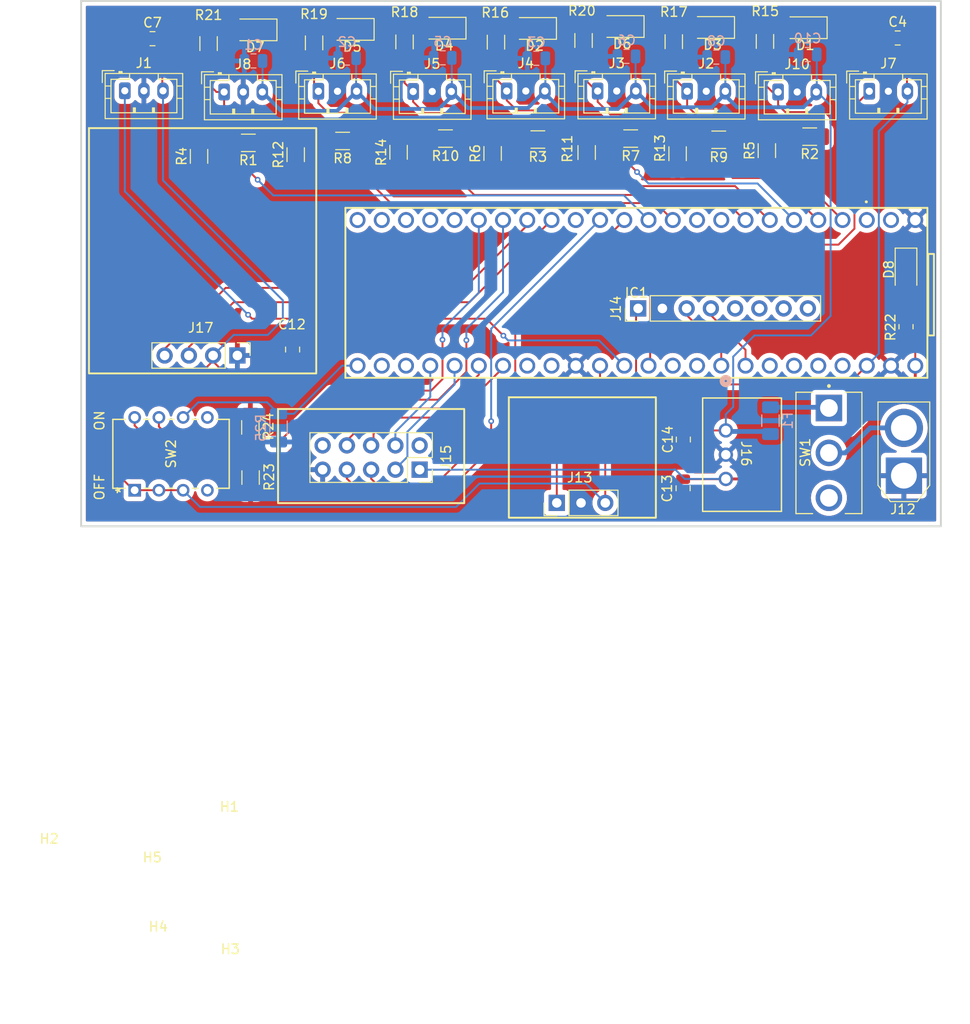
<source format=kicad_pcb>
(kicad_pcb (version 20240108) (generator "pcbnew") (generator_version "8.0")
  (layers (0 "F.Cu" signal) (31 "B.Cu" signal) (34 "B.Paste" user) (35 "F.Paste" user) (36 "B.SilkS" user "B.Silkscreen") (37 "F.SilkS" user "F.Silkscreen") (38 "B.Mask" user) (39 "F.Mask" user) (44 "Edge.Cuts" user))
  (net 0 "")
  (net 1 "GND")
  (net 2 "+12V")
  (net 3 "+3.3V")
  (net 4 "+5V")
  (net 5 "Net-(D1-A)")
  (net 6 "Net-(D2-A)")
  (net 7 "Net-(D3-A)")
  (net 8 "Net-(D4-A)")
  (net 9 "Net-(D5-A)")
  (net 10 "Net-(D6-A)")
  (net 11 "Net-(D7-A)")
  (net 12 "Net-(D8-A)")
  (net 13 "Net-(SW1-C)")
  (net 14 "SCL")
  (net 15 "DIP2")
  (net 17 "Dis6")
  (net 19 "LN1")
  (net 20 "SDA")
  (net 21 "Dis5")
  (net 22 "BDC2")
  (net 29 "DIP4")
  (net 30 "PWMB")
  (net 31 "Dis7")
  (net 34 "LN4")
  (net 37 "Dis4")
  (net 42 "LN2")
  (net 43 "LN3")
  (net 44 "Dis2")
  (net 46 "Dis1")
  (net 48 "BDC11")
  (net 49 "BDC1")
  (net 50 "DIP3")
  (net 51 "Dis3")
  (net 52 "Start")
  (net 53 "BDC22")
  (net 54 "PWMA")
  (net 55 "OM1")
  (net 56 "OM3")
  (net 57 "OM5")
  (net 58 "OM2")
  (net 59 "OM4")
  (net 60 "OM7")
  (net 61 "OM6")
  (net 62 "Net-(J12-Pin_2)")
  (net 72 "SDA1")
  (net 73 "SCL1")
  (footprint "Resistor_SMD:R_1206_3216Metric" (layer "F.Cu") (at 72.4 39.6625 90)
    (property "Reference" "R6")
    (property "Value" "R_US")
  )
  (footprint "Resistor_SMD:R_1206_3216Metric" (layer "F.Cu") (at 63.175 27.9875 -90)
    (property "Reference" "R18")
    (property "Value" "500ohm")
  )
  (footprint "Resistor_SMD:R_1206_3216Metric" (layer "F.Cu") (at 105.6125 37.9 180)
    (property "Reference" "R2")
    (property "Value" "R_US")
  )
  (footprint "Connector_JST:JST_PH_B3B-PH-K_1x03_P2.00mm_Vertical" (layer "F.Cu") (at 83.4 33.125)
    (property "Reference" "J3")
    (property "Value" "Screw_Terminal_01x03")
  )
  (footprint "Resistor_SMD:R_1206_3216Metric" (layer "F.Cu") (at 82.25 39.5625 90)
    (property "Reference" "R11")
    (property "Value" "R_US")
  )
  (footprint "Connector_PinHeader_2.54mm:PinHeader_1x08_P2.54mm_Vertical" (layer "F.Cu") (at 87.64 55.875 90)
    (property "Reference" "J14")
    (property "Value" "Conn_01x08_Pin")
  )
  (footprint "Resistor_SMD:R_1206_3216Metric" (layer "F.Cu") (at 91.775 39.6875 90)
    (property "Reference" "R13")
    (property "Value" "R_US")
  )
  (footprint "Capacitor_SMD:C_1206_3216Metric" (layer "F.Cu") (at 47.05 73.575 90)
    (property "Reference" "R23")
    (property "Value" "10k")
  )
  (footprint "Connector_AMASS:AMASS_XT30U-F_1x02_P5.0mm_Vertical" (layer "F.Cu") (at 115.475 73.375 90)
    (property "Reference" "J12")
    (property "Value" "12V")
  )
  (footprint "Connector_JST:JST_PH_B3B-PH-K_1x03_P2.00mm_Vertical" (layer "F.Cu") (at 111.85 33.15)
    (property "Reference" "J7")
    (property "Value" "Screw_Terminal_01x03")
  )
  (footprint "Resistor_SMD:R_0805_2012Metric" (layer "F.Cu") (at 115.7 57.7875 -90)
    (property "Reference" "R22")
    (property "Value" "180ohm")
  )
  (footprint "MountingHole:MountingHole_2.5mm" (layer "F.Cu") (at 25.95 114.875)
    (property "Reference" "H2")
    (property "Value" "MountingHole")
  )
  (footprint "Resistor_SMD:R_1206_3216Metric" (layer "F.Cu") (at 46.8125 38.55 180)
    (property "Reference" "R1")
    (property "Value" "R_US")
  )
  (footprint "Resistor_SMD:R_1206_3216Metric" (layer "F.Cu") (at 62.55 39.5375 90)
    (property "Reference" "R14")
    (property "Value" "R_US")
  )
  (footprint "Capacitor_SMD:C_1206_3216Metric" (layer "F.Cu") (at 47.025 68.325 90)
    (property "Reference" "R24")
    (property "Value" "10k")
  )
  (footprint "Resistor_SMD:R_1206_3216Metric" (layer "F.Cu") (at 101.125 39.3625 90)
    (property "Reference" "R5")
    (property "Value" "R_US")
  )
  (footprint "MountingHole:MountingHole_2.5mm" (layer "F.Cu") (at 36.75 116.825)
    (property "Reference" "H5")
    (property "Value" "MountingHole")
  )
  (footprint "askibidi:5vregulator" (layer "F.Cu") (at 96.825499 68.6399 -90)
    (property "Reference" "J16")
    (property "Value" "P78E05-1000")
  )
  (footprint "LED_SMD:LED_1206_3216Metric" (layer "F.Cu") (at 47.525 26.725 180)
    (property "Reference" "D7")
    (property "Value" "LED")
  )
  (footprint "Connector_JST:JST_PH_B3B-PH-K_1x03_P2.00mm_Vertical" (layer "F.Cu") (at 64.075 33.175)
    (property "Reference" "J5")
    (property "Value" "Screw_Terminal_01x03")
  )
  (footprint "LED_SMD:LED_1206_3216Metric" (layer "F.Cu") (at 57.7 26.675 180)
    (property "Reference" "D5")
    (property "Value" "LED")
  )
  (footprint "Resistor_SMD:R_1206_3216Metric" (layer "F.Cu") (at 77.1375 38.2 180)
    (property "Reference" "R3")
    (property "Value" "R_US")
  )
  (footprint "Resistor_SMD:R_1206_3216Metric" (layer "F.Cu") (at 81.925 27.8375 -90)
    (property "Reference" "R20")
    (property "Value" "500ohm")
  )
  (footprint "askibidi:Dipshit" (layer "F.Cu") (at 34.905 74.9 90)
    (property "Reference" "SW2")
    (property "Value" "210-4MS")
  )
  (footprint "LED_SMD:LED_1206_3216Metric" (layer "F.Cu") (at 67.325 26.55 180)
    (property "Reference" "D4")
    (property "Value" "LED")
  )
  (footprint "LED_SMD:LED_1206_3216Metric" (layer "F.Cu") (at 76.8 26.575 180)
    (property "Reference" "D2")
    (property "Value" "LED")
  )
  (footprint "Capacitor_SMD:C_0805_2012Metric" (layer "F.Cu") (at 114.825 27.575)
    (property "Reference" "C4")
    (property "Value" "0.1uF")
  )
  (footprint "LED_SMD:LED_1206_3216Metric" (layer "F.Cu") (at 105.15 26.5 180)
    (property "Reference" "D1")
    (property "Value" "LED")
  )
  (footprint "Resistor_SMD:R_1206_3216Metric" (layer "F.Cu") (at 86.8625 38.1 180)
    (property "Reference" "R7")
    (property "Value" "R_US")
  )
  (footprint "Resistor_SMD:R_1206_3216Metric" (layer "F.Cu") (at 91.375 27.9625 -90)
    (property "Reference" "R17")
    (property "Value" "500ohm")
  )
  (footprint "askibidi:swotcslide" (layer "F.Cu") (at 107.625499 70.9949 -90)
    (property "Reference" "SW1")
    (property "Value" "SW_Nidec_CAS-120A1")
  )
  (footprint "Resistor_SMD:R_1206_3216Metric" (layer "F.Cu") (at 51.775 39.7875 90)
    (property "Reference" "R12")
    (property "Value" "R_US")
  )
  (footprint "Capacitor_SMD:C_0805_2012Metric" (layer "F.Cu") (at 92.350499 74.6949 -90)
    (property "Reference" "C13")
    (property "Value" "10uF")
  )
  (footprint "MountingHole:MountingHole_2.5mm" (layer "F.Cu") (at 44.925 126.425)
    (property "Reference" "H3")
    (property "Value" "MountingHole")
  )
  (footprint "Resistor_SMD:R_1206_3216Metric" (layer "F.Cu") (at 56.6875 38.35 180)
    (property "Reference" "R8")
    (property "Value" "R_US")
  )
  (footprint "Connector_JST:JST_PH_B3B-PH-K_1x03_P2.00mm_Vertical" (layer "F.Cu") (at 102.3 33.225)
    (property "Reference" "J10")
    (property "Value" "Screw_Terminal_01x03")
  )
  (footprint "Connector_JST:JST_PH_B3B-PH-K_1x03_P2.00mm_Vertical" (layer "F.Cu") (at 73.875 33.125)
    (property "Reference" "J4")
    (property "Value" "Screw_Terminal_01x03")
  )
  (footprint "askibidi:AnotherTeensy" (layer "F.Cu") (at 111.59 46.625 180)
    (property "Reference" "IC1")
    (property "Value" "TEENSY_4.1")
  )
  (footprint "LED_SMD:LED_1206_3216Metric" (layer "F.Cu") (at 85.975 26.375 180)
    (property "Reference" "D6")
    (property "Value" "LED")
  )
  (footprint "Connector_JST:JST_PH_B3B-PH-K_1x03_P2.00mm_Vertical" (layer "F.Cu") (at 54.15 33.15)
    (property "Reference" "J6")
    (property "Value" "Screw_Terminal_01x03")
  )
  (footprint "Connector_JST:JST_PH_B3B-PH-K_1x03_P2.00mm_Vertical" (layer "F.Cu") (at 92.775 33.15)
    (property "Reference" "J2")
    (property "Value" "Screw_Terminal_01x03")
  )
  (footprint "LED_SMD:LED_1206_3216Metric" (layer "F.Cu") (at 115.7 51.85 -90)
    (property "Reference" "D8")
    (property "Value" "LED")
  )
  (footprint "Resistor_SMD:R_1206_3216Metric" (layer "F.Cu") (at 100.925 27.9375 -90)
    (property "Reference" "R15")
    (property "Value" "500ohm")
  )
  (footprint "Connector_JST:JST_PH_B3B-PH-K_1x03_P2.00mm_Vertical" (layer "F.Cu") (at 33.875 33.1)
    (property "Reference" "J1")
    (property "Value" "Screw_Terminal_01x03")
  )
  (footprint "Connector_PinSocket_2.54mm:PinSocket_2x05_P2.54mm_Vertical" (layer "F.Cu") (at 64.755 72.75 -90)
    (property "Reference" "J15")
    (property "Value" "Conn_02x05_Odd_Even")
  )
  (footprint "Capacitor_SMD:C_0805_2012Metric" (layer "F.Cu") (at 36.775 27.65)
    (property "Reference" "C7")
    (property "Value" "0.1uF")
  )
  (footprint "Resistor_SMD:R_1206_3216Metric" (layer "F.Cu") (at 67.4625 38.1 180)
    (property "Reference" "R10")
    (property "Value" "R_US")
  )
  (footprint "MountingHole:MountingHole_2.5mm" (layer "F.Cu") (at 44.825 111.525)
    (property "Reference" "H1")
    (property "Value" "MountingHole")
  )
  (footprint "Resistor_SMD:R_1206_3216Metric" (layer "F.Cu") (at 41.65 39.9625 90)
    (property "Reference" "R4")
    (property "Value" "R_US")
  )
  (footprint "Resistor_SMD:R_1206_3216Metric" (layer "F.Cu") (at 96.0875 38.225 180)
    (property "Reference" "R9")
    (property "Value" "R_US")
  )
  (footprint "Capacitor_SMD:C_0805_2012Metric" (layer "F.Cu") (at 92.375499 69.5949 90)
    (property "Reference" "C14")
    (property "Value" "10uF")
  )
  (footprint "Capacitor_SMD:C_0805_2012Metric" (layer "F.Cu") (at 51.45 60.175 90)
    (property "Reference" "C12")
    (property "Value" "0.1uF")
  )
  (footprint "Resistor_SMD:R_1206_3216Metric" (layer "F.Cu") (at 72.75 28.0125 -90)
    (property "Reference" "R16")
    (property "Value" "500ohm")
  )
  (footprint "Resistor_SMD:R_1206_3216Metric" (layer "F.Cu") (at 53.7 28.0875 -90)
    (property "Reference" "R19")
    (property "Value" "500ohm")
  )
  (footprint "Resistor_SMD:R_1206_3216Metric" (layer "F.Cu") (at 42.65 28.1625 -90)
    (property "Reference" "R21")
    (property "Value" "500ohm")
  )
  (footprint "LED_SMD:LED_1206_3216Metric" (layer "F.Cu") (at 95.45 26.475 180)
    (property "Reference" "D3")
    (property "Value" "LED")
  )
  (footprint "Connector_PinHeader_2.54mm:PinHeader_1x03_P2.54mm_Vertical" (layer "F.Cu") (at 79.12 76.225 90)
    (property "Reference" "J13")
    (property "Value" "Conn_01x03_Pin")
  )
  (footprint "MountingHole:MountingHole_2.5mm" (layer "F.Cu") (at 37.375 124.075)
    (property "Reference" "H4")
    (property "Value" "MountingHole")
  )
  (footprint "Connector_PinHeader_2.54mm:PinHeader_1x04_P2.54mm_Vertical" (layer "F.Cu") (at 45.665 60.8 -90)
    (property "Reference" "J17")
    (property "Value" "Conn_01x04_Pin")
  )
  (footprint "Connector_JST:JST_PH_B3B-PH-K_1x03_P2.00mm_Vertical" (layer "F.Cu") (at 44.275 33.225)
    (property "Reference" "J8")
    (property "Value" "Screw_Terminal_01x03")
  )
  (footprint "Capacitor_SMD:C_0805_2012Metric" (layer "B.Cu") (at 57.15 29.675 180)
    (property "Reference" "C2")
    (property "Value" "0.1uF")
  )
  (footprint "Capacitor_SMD:C_0805_2012Metric" (layer "B.Cu") (at 95.825 29.575 180)
    (property "Reference" "C8")
    (property "Value" "0.1uF")
  )
  (footprint "Fuse:Fuse_1206_3216Metric" (layer "B.Cu") (at 101.500499 67.6199 90)
    (property "Reference" "F1")
    (property "Value" "Fuse")
  )
  (footprint "Capacitor_SMD:C_1206_3216Metric" (layer "B.Cu") (at 49.975 68.375 -90)
    (property "Reference" "R25")
    (property "Value" "10k")
  )
  (footprint "Capacitor_SMD:C_0805_2012Metric" (layer "B.Cu") (at 105.4 29.3 180)
    (property "Reference" "C10")
    (property "Value" "0.1uF")
  )
  (footprint "Capacitor_SMD:C_0805_2012Metric" (layer "B.Cu") (at 76.975 29.7 180)
    (property "Reference" "C3")
    (property "Value" "0.1uF")
  )
  (footprint "Capacitor_SMD:C_0805_2012Metric" (layer "B.Cu") (at 47.35 29.975 180)
    (property "Reference" "C1")
    (property "Value" "0.1uF")
  )
  (footprint "Capacitor_SMD:C_0805_2012Metric" (layer "B.Cu") (at 67.175 29.65 180)
    (property "Reference" "C5")
    (property "Value" "0.1uF")
  )
  (footprint "Capacitor_SMD:C_0805_2012Metric" (layer "B.Cu") (at 86.425 29.5 180)
    (property "Reference" "C6")
    (property "Value" "0.1uF")
  )
  (gr_rect (start 74.1 65.175) (end 89.5 77.775) (stroke (width 0.2)) (fill none) (layer "F.SilkS"))
  (gr_rect (start 49.925 66.4) (end 69.425 76.25) (stroke (width 0.2)) (fill none) (layer "F.SilkS"))
  (gr_rect (start 118.025 50.175) (end 118.625 58.7) (stroke (width 0.2)) (fill none) (layer "F.SilkS"))
  (gr_rect (start 30.12 37.0075) (end 53.925 62.675) (stroke (width 0.2)) (fill none) (layer "F.SilkS"))
  (gr_rect (start 29.3 23.7) (end 119.35 78.675) (stroke (width 0.2)) (fill none) (layer "Edge.Cuts"))
  (segment (start 96.820499 68.6449) (end 96.825499 68.6399) (width 0.2) (layer "F.Cu") (net 2))
  (segment (start 92.375499 68.6449) (end 96.820499 68.6449) (width 0.2) (layer "F.Cu") (net 2))
  (segment (start 87.4 33.15) (end 87.3 33.25) (width 0.2) (layer "F.Cu") (net 2))
  (segment (start 68.15 33.1) (end 68.1 33.15) (width 0.2) (layer "F.Cu") (net 2))
  (segment (start 77.975 33.025) (end 77.775 33.225) (width 0.2) (layer "F.Cu") (net 2))
  (segment (start 106.45 33.025) (end 106.25 33.225) (width 0.2) (layer "F.Cu") (net 2))
  (segment (start 48.275 33.2) (end 48.325 33.15) (width 0.2) (layer "F.Cu") (net 2))
  (segment (start 96.775 33.6) (end 98 34.825) (width 0.4) (layer "B.Cu") (net 2))
  (segment (start 48.3 29.975) (end 48.3 33.2) (width 0.2) (layer "B.Cu") (net 2))
  (segment (start 69.8 34.9) (end 76.1 34.9) (width 0.4) (layer "B.Cu") (net 2))
  (segment (start 77.875 33.125) (end 77.875 33.375) (width 0.4) (layer "B.Cu") (net 2))
  (segment (start 68.125 29.65) (end 68.125 33.125) (width 0.2) (layer "B.Cu") (net 2))
  (segment (start 66.775 35) (end 68.075 33.7) (width 0.4) (layer "B.Cu") (net 2))
  (segment (start 58.1 29.675) (end 58.1 33.1) (width 0.2) (layer "B.Cu") (net 2))
  (segment (start 106.3 33.225) (end 106.4 33.225) (width 0.2) (layer "B.Cu") (net 2))
  (segment (start 96.775 33.4) (end 96.775 33.15) (width 0.4) (layer "B.Cu") (net 2))
  (segment (start 77.925 33.075) (end 77.875 33.125) (width 0.2) (layer "B.Cu") (net 2))
  (segment (start 104.95 34.825) (end 106.3 33.475) (width 0.4) (layer "B.Cu") (net 2))
  (segment (start 85.525 35) (end 87.4 33.125) (width 0.4) (layer "B.Cu") (net 2))
  (segment (start 48.275 33.225) (end 50.25 35.2) (width 0.4) (layer "B.Cu") (net 2))
  (segment (start 96.775 29.575) (end 96.775 33.15) (width 0.2) (layer "B.Cu") (net 2))
  (segment (start 106.3 33.475) (end 106.3 33.225) (width 0.4) (layer "B.Cu") (net 2))
  (segment (start 58.1 33.1) (end 58.15 33.15) (width 0.2) (layer "B.Cu") (net 2))
  (segment (start 58.15 33.15) (end 60 35) (width 0.4) (layer "B.Cu") (net 2))
  (segment (start 68.125 33.125) (end 68.075 33.175) (width 0.2) (layer "B.Cu") (net 2))
  (segment (start 76.1 34.9) (end 77.875 33.125) (width 0.4) (layer "B.Cu") (net 2))
  (segment (start 50.25 35.2) (end 56.1 35.2) (width 0.4) (layer "B.Cu") (net 2))
  (segment (start 96.825499 66.949501) (end 96.825499 68.6399) (width 0.2) (layer "B.Cu") (net 2))
  (segment (start 87.375 29.5) (end 87.375 33.1) (width 0.2) (layer "B.Cu") (net 2))
  (segment (start 97.6 66.175) (end 96.825499 66.949501) (width 0.2) (layer "B.Cu") (net 2))
  (segment (start 106.35 33.175) (end 106.3 33.225) (width 0.2) (layer "B.Cu") (net 2))
  (segment (start 68.075 33.7) (end 68.075 33.175) (width 0.4) (layer "B.Cu") (net 2))
  (segment (start 107.8 34.625) (end 107.8 56.65) (width 0.2) (layer "B.Cu") (net 2))
  (segment (start 77.925 29.7) (end 77.925 33.075) (width 0.2) (layer "B.Cu") (net 2))
  (segment (start 48.3 33.2) (end 48.275 33.225) (width 0.2) (layer "B.Cu") (net 2))
  (segment (start 96.825499 68.6399) (end 96.935599 68.75) (width 0.5) (layer "B.Cu") (net 2))
  (segment (start 56.1 35.2) (end 58.15 33.15) (width 0.4) (layer "B.Cu") (net 2))
  (segment (start 68.075 33.175) (end 69.8 34.9) (width 0.4) (layer "B.Cu") (net 2))
  (segment (start 87.375 33.1) (end 87.4 33.125) (width 0.2) (layer "B.Cu") (net 2))
  (segment (start 101.230599 68.75) (end 101.500499 69.0199) (width 0.5) (layer "B.Cu") (net 2))
  (segment (start 106.4 33.225) (end 107.8 34.625) (width 0.2) (layer "B.Cu") (net 2))
  (segment (start 95.35 34.825) (end 96.775 33.4) (width 0.4) (layer "B.Cu") (net 2))
  (segment (start 99.825 58.7) (end 97.6 60.925) (width 0.2) (layer "B.Cu") (net 2))
  (segment (start 96.775 33.15) (end 96.775 33.6) (width 0.4) (layer "B.Cu") (net 2))
  (segment (start 107.8 56.65) (end 105.75 58.7) (width 0.2) (layer "B.Cu") (net 2))
  (segment (start 77.875 33.375) (end 79.5 35) (width 0.4) (layer "B.Cu") (net 2))
  (segment (start 60 35) (end 66.775 35) (width 0.4) (layer "B.Cu") (net 2))
  (segment (start 96.935599 68.75) (end 101.230599 68.75) (width 0.5) (layer "B.Cu") (net 2))
  (segment (start 106.35 29.3) (end 106.35 33.175) (width 0.2) (layer "B.Cu") (net 2))
  (segment (start 87.4 33.125) (end 89.1 34.825) (width 0.4) (layer "B.Cu") (net 2))
  (segment (start 97.6 60.925) (end 97.6 66.175) (width 0.2) (layer "B.Cu") (net 2))
  (segment (start 105.75 58.7) (end 99.825 58.7) (width 0.2) (layer "B.Cu") (net 2))
  (segment (start 79.5 35) (end 85.525 35) (width 0.4) (layer "B.Cu") (net 2))
  (segment (start 96.825499 68.535299) (end 96.825499 68.6399) (width 0.5) (layer "B.Cu") (net 2))
  (segment (start 89.1 34.825) (end 95.35 34.825) (width 0.4) (layer "B.Cu") (net 2))
  (segment (start 98 34.825) (end 104.95 34.825) (width 0.4) (layer "B.Cu") (net 2))
  (segment (start 91.35 63.825) (end 90.875 63.825) (width 0.2) (layer "F.Cu") (net 3))
  (segment (start 34.905 74.9) (end 34.8 74.9) (width 0.2) (layer "F.Cu") (net 3))
  (segment (start 115.8 28.475) (end 115.8 33.1) (width 0.2) (layer "F.Cu") (net 3))
  (segment (start 84.5 70.05) (end 84.2 70.35) (width 0.2) (layer "F.Cu") (net 3))
  (segment (start 84.2 70.35) (end 84.2 76.225) (width 0.2) (layer "F.Cu") (net 3))
  (segment (start 115.8 33.1) (end 115.85 33.15) (width 0.2) (layer "F.Cu") (net 3))
  (segment (start 34.8 74.9) (end 32.55 72.65) (width 0.2) (layer "F.Cu") (net 3))
  (segment (start 87.225 67.3) (end 90.7 63.825) (width 0.2) (layer "F.Cu") (net 3))
  (segment (start 34.905 74.9) (end 37.445 74.9) (width 0.2) (layer "F.Cu") (net 3))
  (segment (start 37.8 33.025) (end 37.875 33.1) (width 0.2) (layer "F.Cu") (net 3))
  (segment (start 43.125 61.35) (end 43.125 60.8) (width 0.2) (layer "F.Cu") (net 3))
  (segment (start 115.775 28.45) (end 115.775 27.575) (width 0.2) (layer "F.Cu") (net 3))
  (segment (start 84.5 70.025) (end 87.225 67.3) (width 0.2) (layer "F.Cu") (net 3))
  (segment (start 84.5 70.025) (end 84.5 70.05) (width 0.2) (layer "F.Cu") (net 3))
  (segment (start 39.85 64.625) (end 43.125 61.35) (width 0.2) (layer "F.Cu") (net 3))
  (segment (start 90.7 63.825) (end 91.35 63.825) (width 0.2) (layer "F.Cu") (net 3))
  (segment (start 43.125 60.8) (end 43.125 61.425) (width 0.2) (layer "F.Cu") (net 3))
  (segment (start 48.425 64.15) (end 51.45 61.125) (width 0.2) (layer "F.Cu") (net 3))
  (segment (start 37.8 27.675) (end 37.8 33.025) (width 0.2) (layer "F.Cu") (net 3))
  (segment (start 87.475 67.05) (end 87.225 67.3) (width 0.2) (layer "F.Cu") (net 3))
  (segment (start 43.125 61.425) (end 45.85 64.15) (width 0.2) (layer "F.Cu") (net 3))
  (segment (start 32.55 67.375) (end 35.3 64.625) (width 0.2) (layer "F.Cu") (net 3))
  (segment (start 35.3 64.625) (end 39.85 64.625) (width 0.2) (layer "F.Cu") (net 3))
  (segment (start 87.425 67.1) (end 84.5 70.025) (width 0.2) (layer "F.Cu") (net 3))
  (segment (start 37.445 74.9) (end 39.985 74.9) (width 0.2) (layer "F.Cu") (net 3))
  (segment (start 32.55 72.65) (end 32.55 67.375) (width 0.2) (layer "F.Cu") (net 3))
  (segment (start 87.425 56.09) (end 87.425 67.1) (width 0.2) (layer "F.Cu") (net 3))
  (segment (start 109.63 63.825) (end 111.59 61.865) (width 0.2) (layer "F.Cu") (net 3))
  (segment (start 91.35 63.825) (end 109.63 63.825) (width 0.2) (layer "F.Cu") (net 3))
  (segment (start 115.8 28.475) (end 115.775 28.45) (width 0.2) (layer "F.Cu") (net 3))
  (segment (start 45.85 64.15) (end 48.425 64.15) (width 0.2) (layer "F.Cu") (net 3))
  (segment (start 87.64 55.875) (end 87.425 56.09) (width 0.2) (layer "F.Cu") (net 3))
  (segment (start 115.85 33.15) (end 115.85 34.325) (width 0.2) (layer "B.Cu") (net 3))
  (segment (start 48.85 58.65) (end 50.425 57.075) (width 0.2) (layer "B.Cu") (net 3))
  (segment (start 50.425 57.075) (end 50.425 55.025) (width 0.2) (layer "B.Cu") (net 3))
  (segment (start 68.575 76.65) (end 71.025 74.2) (width 0.2) (layer "B.Cu") (net 3))
  (segment (start 71.025 74.2) (end 82.175 74.2) (width 0.2) (layer "B.Cu") (net 3))
  (segment (start 39.985 74.9) (end 40.9454 75.8604) (width 0.2) (layer "B.Cu") (net 3))
  (segment (start 50.425 55.025) (end 37.875 42.475) (width 0.2) (layer "B.Cu") (net 3))
  (segment (start 37.875 42.475) (end 37.875 33.1) (width 0.2) (layer "B.Cu") (net 3))
  (segment (start 112.85 60.605) (end 111.59 61.865) (width 0.2) (layer "B.Cu") (net 3))
  (segment (start 112.85 37.325) (end 112.85 60.605) (width 0.2) (layer "B.Cu") (net 3))
  (segment (start 45.275 58.65) (end 48.85 58.65) (width 0.2) (layer "B.Cu") (net 3))
  (segment (start 43.125 60.8) (end 45.275 58.65) (width 0.2) (layer "B.Cu") (net 3))
  (segment (start 82.175 74.2) (end 84.2 76.225) (width 0.2) (layer "B.Cu") (net 3))
  (segment (start 41.75 76.65) (end 68.575 76.65) (width 0.2) (layer "B.Cu") (net 3))
  (segment (start 40.9454 75.8604) (end 40.9604 75.8604) (width 0.2) (layer "B.Cu") (net 3))
  (segment (start 40.9604 75.8604) (end 41.75 76.65) (width 0.2) (layer "B.Cu") (net 3))
  (segment (start 115.85 34.325) (end 112.85 37.325) (width 0.2) (layer "B.Cu") (net 3))
  (segment (start 111.125 67.4) (end 111.125 65.6) (width 0.3) (layer "F.Cu") (net 4))
  (segment (start 116.675 60) (end 116.67 60.005) (width 0.2) (layer "F.Cu") (net 4))
  (segment (start 100.1051 73.7199) (end 105.15 68.675) (width 0.3) (layer "F.Cu") (net 4))
  (segment (start 96.800499 73.7449) (end 96.825499 73.7199) (width 0.2) (layer "F.Cu") (net 4))
  (segment (start 116.675 59.675) (end 116.675 60) (width 0.2) (layer "F.Cu") (net 4))
  (segment (start 116.67 63.355) (end 116.67 61.865) (width 0.3) (layer "F.Cu") (net 4))
  (segment (start 115.7 58.7) (end 116.675 59.675) (width 0.2) (layer "F.Cu") (net 4))
  (segment (start 111.125 65.6) (end 112.925 63.8) (width 0.3) (layer "F.Cu") (net 4))
  (segment (start 109.85 68.675) (end 111.125 67.4) (width 0.3) (layer "F.Cu") (net 4))
  (segment (start 96.825499 73.7199) (end 100.1051 73.7199) (width 0.3) (layer "F.Cu") (net 4))
  (segment (start 92.350499 73.7449) (end 96.800499 73.7449) (width 0.2) (layer "F.Cu") (net 4))
  (segment (start 105.15 68.675) (end 109.85 68.675) (width 0.3) (layer "F.Cu") (net 4))
  (segment (start 112.925 63.8) (end 116.225 63.8) (width 0.3) (layer "F.Cu") (net 4))
  (segment (start 116.67 60.005) (end 116.67 61.865) (width 0.2) (layer "F.Cu") (net 4))
  (segment (start 116.225 63.8) (end 116.67 63.355) (width 0.3) (layer "F.Cu") (net 4))
  (segment (start 96.825499 73.7199) (end 92.5199 73.7199) (width 0.2) (layer "B.Cu") (net 4))
  (segment (start 92.5199 73.7199) (end 91.5 72.7) (width 0.2) (layer "B.Cu") (net 4))
  (segment (start 91.5 72.7) (end 91.45 72.75) (width 0.2) (layer "B.Cu") (net 4))
  (segment (start 91.45 72.75) (end 64.755 72.75) (width 0.2) (layer "B.Cu") (net 4))
  (segment (start 103.75 26.5) (end 100.95 26.5) (width 0.2) (layer "F.Cu") (net 5))
  (segment (start 100.95 26.5) (end 100.925 26.475) (width 0.2) (layer "F.Cu") (net 5))
  (segment (start 75.375 26.55) (end 75.4 26.575) (width 0.2) (layer "F.Cu") (net 6))
  (segment (start 72.75 26.55) (end 75.375 26.55) (width 0.2) (layer "F.Cu") (net 6))
  (segment (start 94.025 26.5) (end 94.05 26.475) (width 0.2) (layer "F.Cu") (net 7))
  (segment (start 91.375 26.5) (end 94.025 26.5) (width 0.2) (layer "F.Cu") (net 7))
  (segment (start 63.175 26.525) (end 65.9 26.525) (width 0.2) (layer "F.Cu") (net 8))
  (segment (start 65.9 26.525) (end 65.925 26.55) (width 0.2) (layer "F.Cu") (net 8))
  (segment (start 53.7 26.625) (end 56.25 26.625) (width 0.2) (layer "F.Cu") (net 9))
  (segment (start 56.25 26.625) (end 56.3 26.675) (width 0.2) (layer "F.Cu") (net 9))
  (segment (start 84.575 26.375) (end 81.925 26.375) (width 0.2) (layer "F.Cu") (net 10))
  (segment (start 42.675 26.725) (end 42.65 26.7) (width 0.2) (layer "F.Cu") (net 11))
  (segment (start 46.125 26.725) (end 42.675 26.725) (width 0.2) (layer "F.Cu") (net 11))
  (segment (start 115.7 56.875) (end 115.7 53.25) (width 0.2) (layer "F.Cu") (net 12))
  (segment (start 107.550499 66.2199) (end 107.625499 66.2949) (width 0.5) (layer "F.Cu") (net 13))
  (segment (start 107.550499 66.2199) (end 107.625499 66.2949) (width 0.5) (layer "B.Cu") (net 13))
  (segment (start 101.500499 66.2199) (end 107.550499 66.2199) (width 0.5) (layer "B.Cu") (net 13))
  (segment (start 40.585 59.915) (end 40.585 60.8) (width 0.2) (layer "F.Cu") (net 14))
  (segment (start 69.97 55.225) (end 45.275 55.225) (width 0.2) (layer "F.Cu") (net 14))
  (segment (start 45.275 55.225) (end 40.585 59.915) (width 0.2) (layer "F.Cu") (net 14))
  (segment (start 78.57 46.625) (end 69.97 55.225) (width 0.2) (layer "F.Cu") (net 14))
  (segment (start 41.565 65.7) (end 39.985 67.28) (width 0.2) (layer "B.Cu") (net 15))
  (segment (start 49.975 66.9) (end 51.6 66.9) (width 0.2) (layer "B.Cu") (net 15))
  (segment (start 51.6 66.9) (end 56.635 61.865) (width 0.2) (layer "B.Cu") (net 15))
  (segment (start 49.975 66.9) (end 48.775 65.7) (width 0.2) (layer "B.Cu") (net 15))
  (segment (start 48.775 65.7) (end 41.565 65.7) (width 0.2) (layer "B.Cu") (net 15))
  (segment (start 56.635 61.865) (end 58.25 61.865) (width 0.2) (layer "B.Cu") (net 15))
  (segment (start 55.225 38.35) (end 61.725 44.85) (width 0.2) (layer "F.Cu") (net 17))
  (segment (start 61.725 44.85) (end 89.495 44.85) (width 0.2) (layer "F.Cu") (net 17))
  (segment (start 51.775 38.325) (end 55.2 38.325) (width 0.2) (layer "F.Cu") (net 17))
  (segment (start 89.495 44.85) (end 91.27 46.625) (width 0.2) (layer "F.Cu") (net 17))
  (segment (start 46.7875 56.5375) (end 47.2 56.95) (width 0.2) (layer "F.Cu") (net 19))
  (segment (start 71.75 56.95) (end 73.525 58.725) (width 0.2) (layer "F.Cu") (net 19))
  (segment (start 47.2 56.95) (end 71.75 56.95) (width 0.2) (layer "F.Cu") (net 19))
  (via (at 73.525 58.725) (size 0.6) (drill 0.3) (layers "F.Cu" "B.Cu") (net 19))
  (via (at 46.7875 56.5375) (size 0.6) (drill 0.3) (layers "F.Cu" "B.Cu") (net 19))
  (segment (start 33.875 43.625) (end 33.875 33.1) (width 0.2) (layer "B.Cu") (net 19))
  (segment (start 46.7875 56.5375) (end 33.875 43.625) (width 0.2) (layer "B.Cu") (net 19))
  (segment (start 74.025 59.225) (end 83.55 59.225) (width 0.2) (layer "B.Cu") (net 19))
  (segment (start 83.55 59.225) (end 86.19 61.865) (width 0.2) (layer "B.Cu") (net 19))
  (segment (start 73.525 58.725) (end 74.025 59.225) (width 0.2) (layer "B.Cu") (net 19))
  (segment (start 76.03 47.17) (end 69.475 53.725) (width 0.2) (layer "F.Cu") (net 20))
  (segment (start 69.475 53.725) (end 44.435 53.725) (width 0.2) (layer "F.Cu") (net 20))
  (segment (start 76.03 46.625) (end 76.03 47.17) (width 0.2) (layer "F.Cu") (net 20))
  (segment (start 44.435 53.725) (end 38.045 60.115) (width 0.2) (layer "F.Cu") (net 20))
  (segment (start 38.045 60.115) (end 38.045 60.8) (width 0.2) (layer "F.Cu") (net 20))
  (segment (start 66 38.1) (end 66 39.525) (width 0.2) (layer "F.Cu") (net 21))
  (segment (start 65.975 38.075) (end 66 38.1) (width 0.2) (layer "F.Cu") (net 21))
  (segment (start 70.475 44) (end 96.15 44) (width 0.2) (layer "F.Cu") (net 21))
  (segment (start 96.15 44) (end 98.775 46.625) (width 0.2) (layer "F.Cu") (net 21))
  (segment (start 98.775 46.625) (end 98.89 46.625) (width 0.2) (layer "F.Cu") (net 21))
  (segment (start 66 39.525) (end 70.475 44) (width 0.2) (layer "F.Cu") (net 21))
  (segment (start 62.55 38.075) (end 65.975 38.075) (width 0.2) (layer "F.Cu") (net 21))
  (segment (start 73.49 61.865) (end 73.49 62.085) (width 0.2) (layer "F.Cu") (net 22))
  (segment (start 68.275 67.3) (end 61.625 67.3) (width 0.2) (layer "F.Cu") (net 22))
  (segment (start 59.925 69) (end 59.925 69.96) (width 0.2) (layer "F.Cu") (net 22))
  (segment (start 73.49 62.085) (end 68.275 67.3) (width 0.2) (layer "F.Cu") (net 22))
  (segment (start 59.925 69.96) (end 59.675 70.21) (width 0.2) (layer "F.Cu") (net 22))
  (segment (start 61.625 67.3) (end 59.925 69) (width 0.2) (layer "F.Cu") (net 22))
  (segment (start 55.4 64.475) (end 50.075 69.8) (width 0.2) (layer "F.Cu") (net 29))
  (segment (start 67.15 59.15) (end 67.15 63.275) (width 0.2) (layer "F.Cu") (net 29))
  (segment (start 67.15 63.275) (end 65.95 64.475) (width 0.2) (layer "F.Cu") (net 29))
  (segment (start 65.95 64.475) (end 55.4 64.475) (width 0.2) (layer "F.Cu") (net 29))
  (segment (start 39 69.8) (end 37.445 68.245) (width 0.2) (layer "F.Cu") (net 29))
  (segment (start 50.075 69.8) (end 47.2 69.8) (width 0.2) (layer "F.Cu") (net 29))
  (segment (start 37.445 68.245) (end 37.445 67.28) (width 0.2) (layer "F.Cu") (net 29))
  (segment (start 47.2 69.8) (end 39 69.8) (width 0.2) (layer "F.Cu") (net 29))
  (via (at 67.15 59.15) (size 0.6) (drill 0.3) (layers "F.Cu" "B.Cu") (net 29))
  (segment (start 70.95 54.225) (end 70.95 46.625) (width 0.2) (layer "B.Cu") (net 29))
  (segment (start 67.15 58.025) (end 70.95 54.225) (width 0.2) (layer "B.Cu") (net 29))
  (segment (start 67.15 59.15) (end 67.15 58.025) (width 0.2) (layer "B.Cu") (net 29))
  (segment (start 68.39 61.885) (end 68.41 61.865) (width 0.5) (layer "B.Cu") (net 30))
  (segment (start 62.675 72.2) (end 63.475 71.4) (width 0.2) (layer "B.Cu") (net 30))
  (segment (start 63.475 71.4) (end 63.475 68.775) (width 0.2) (layer "B.Cu") (net 30))
  (segment (start 62.66 72.2) (end 62.675 72.2) (width 0.2) (layer "B.Cu") (net 30))
  (segment (start 63.475 68.775) (end 68.41 63.84) (width 0.2) (layer "B.Cu") (net 30))
  (segment (start 68.41 63.84) (end 68.41 61.865) (width 0.2) (layer "B.Cu") (net 30))
  (segment (start 45.35 38.55) (end 45.35 39.325) (width 0.2) (layer "F.Cu") (net 31))
  (segment (start 47.7875 42.4125) (end 45.35 39.975) (width 0.2) (layer "F.Cu") (net 31))
  (segment (start 45.35 39.975) (end 45.35 38.55) (width 0.2) (layer "F.Cu") (net 31))
  (segment (start 45.3 38.5) (end 45.35 38.55) (width 0.2) (layer "F.Cu") (net 31))
  (segment (start 41.65 38.5) (end 45.3 38.5) (width 0.2) (layer "F.Cu") (net 31))
  (via (at 47.7875 42.4125) (size 0.6) (drill 0.3) (layers "F.Cu" "B.Cu") (net 31))
  (segment (start 86.155 44.05) (end 88.73 46.625) (width 0.2) (layer "B.Cu") (net 31))
  (segment (start 49.425 44.05) (end 86.155 44.05) (width 0.2) (layer "B.Cu") (net 31))
  (segment (start 47.7875 42.4125) (end 49.425 44.05) (width 0.2) (layer "B.Cu") (net 31))
  (segment (start 72.4 38.2) (end 75.675 38.2) (width 0.2) (layer "F.Cu") (net 37))
  (segment (start 97.8 43.075) (end 79.35 43.075) (width 0.2) (layer "F.Cu") (net 37))
  (segment (start 101.43 46.625) (end 101.35 46.625) (width 0.2) (layer "F.Cu") (net 37))
  (segment (start 79.35 43.075) (end 75.675 39.4) (width 0.2) (layer "F.Cu") (net 37))
  (segment (start 101.35 46.625) (end 97.8 43.075) (width 0.2) (layer "F.Cu") (net 37))
  (segment (start 75.675 39.4) (end 75.675 38.2) (width 0.2) (layer "F.Cu") (net 37))
  (segment (start 110.3 34.7) (end 110.3 47.525) (width 0.2) (layer "F.Cu") (net 42))
  (segment (start 93.475 49.25) (end 88.9 53.825) (width 0.2) (layer "F.Cu") (net 42))
  (segment (start 101.395 49.2) (end 101.345 49.25) (width 0.2) (layer "F.Cu") (net 42))
  (segment (start 88.9 53.825) (end 88.9 61.695) (width 0.2) (layer "F.Cu") (net 42))
  (segment (start 110.3 47.525) (end 108.625 49.2) (width 0.2) (layer "F.Cu") (net 42))
  (segment (start 88.9 61.695) (end 88.73 61.865) (width 0.2) (layer "F.Cu") (net 42))
  (segment (start 111.85 33.15) (end 110.3 34.7) (width 0.2) (layer "F.Cu") (net 42))
  (segment (start 101.345 49.25) (end 93.475 49.25) (width 0.2) (layer "F.Cu") (net 42))
  (segment (start 108.625 49.2) (end 101.395 49.2) (width 0.2) (layer "F.Cu") (net 42))
  (segment (start 102.05 42.225) (end 106.45 46.625) (width 0.2) (layer "F.Cu") (net 44))
  (segment (start 94.625 39.3) (end 97.55 42.225) (width 0.2) (layer "F.Cu") (net 44))
  (segment (start 97.55 42.225) (end 102.05 42.225) (width 0.2) (layer "F.Cu") (net 44))
  (segment (start 106.45 46.625) (end 106.51 46.625) (width 0.2) (layer "F.Cu") (net 44))
  (segment (start 91.775 38.225) (end 94.625 38.225) (width 0.2) (layer "F.Cu") (net 44))
  (segment (start 94.625 38.225) (end 94.625 39.3) (width 0.2) (layer "F.Cu") (net 44))
  (segment (start 106.675 44.275) (end 106.7 44.275) (width 0.2) (layer "F.Cu") (net 46))
  (segment (start 106.7 44.275) (end 109.05 46.625) (width 0.2) (layer "F.Cu") (net 46))
  (segment (start 104.125 37.925) (end 104.15 37.9) (width 0.2) (layer "F.Cu") (net 46))
  (segment (start 101.125 37.9) (end 104.15 37.9) (width 0.2) (layer "F.Cu") (net 46))
  (segment (start 104.15 41.75) (end 106.675 44.275) (width 0.2) (layer "F.Cu") (net 46))
  (segment (start 104.15 37.9) (end 104.15 41.75) (width 0.2) (layer "F.Cu") (net 46))
  (segment (start 60.4 74.425) (end 59.68 73.705) (width 0.2) (layer "F.Cu") (net 48))
  (segment (start 72.25 68.475) (end 66.3 74.425) (width 0.2) (layer "F.Cu") (net 48))
  (segment (start 59.68 73.705) (end 59.68 73.33) (width 0.2) (layer "F.Cu") (net 48))
  (segment (start 66.3 74.425) (end 60.4 74.425) (width 0.2) (layer "F.Cu") (net 48))
  (segment (start 60.12 72.68) (end 60.12 72.2) (width 0.2) (layer "F.Cu") (net 48))
  (segment (start 72.25 67.675) (end 72.25 68.475) (width 0.2) (layer "F.Cu") (net 48))
  (via (at 72.25 67.675) (size 0.6) (drill 0.3) (layers "F.Cu" "B.Cu") (net 48))
  (segment (start 72.25 58) (end 83.625 46.625) (width 0.2) (layer "B.Cu") (net 48))
  (segment (start 72.25 67.675) (end 72.25 58) (width 0.2) (layer "B.Cu") (net 48))
  (segment (start 83.625 46.625) (end 83.65 46.625) (width 0.2) (layer "B.Cu") (net 48))
  (segment (start 57.14 72.755) (end 57.135 72.75) (width 0.2) (layer "F.Cu") (net 49))
  (segment (start 74.775 58.04) (end 74.775 67.95) (width 0.2) (layer "F.Cu") (net 49))
  (segment (start 57.14 73.69) (end 57.14 72.755) (width 0.2) (layer "F.Cu") (net 49))
  (segment (start 67.375 75.35) (end 58.8 75.35) (width 0.2) (layer "F.Cu") (net 49))
  (segment (start 74.775 67.95) (end 67.375 75.35) (width 0.2) (layer "F.Cu") (net 49))
  (segment (start 58.8 75.35) (end 57.14 73.69) (width 0.2) (layer "F.Cu") (net 49))
  (segment (start 86.19 46.625) (end 74.775 58.04) (width 0.2) (layer "F.Cu") (net 49))
  (segment (start 56.5 65.425) (end 49.825 72.1) (width 0.2) (layer "F.Cu") (net 50))
  (segment (start 69.65 62.5) (end 66.725 65.425) (width 0.2) (layer "F.Cu") (net 50))
  (segment (start 69.65 59.2) (end 69.65 62.5) (width 0.2) (layer "F.Cu") (net 50))
  (segment (start 49.825 72.1) (end 47.25 72.1) (width 0.2) (layer "F.Cu") (net 50))
  (segment (start 38.875 72.1) (end 34.905 68.13) (width 0.2) (layer "F.Cu") (net 50))
  (segment (start 47.25 72.1) (end 38.875 72.1) (width 0.2) (layer "F.Cu") (net 50))
  (segment (start 47.275 72.125) (end 47.25 72.1) (width 0.2) (layer "F.Cu") (net 50))
  (segment (start 34.905 68.13) (end 34.905 67.28) (width 0.2) (layer "F.Cu") (net 50))
  (segment (start 66.725 65.425) (end 56.5 65.425) (width 0.2) (layer "F.Cu") (net 50))
  (via (at 69.65 59.2) (size 0.6) (drill 0.3) (layers "F.Cu" "B.Cu") (net 50))
  (segment (start 73.49 54.185) (end 73.49 46.625) (width 0.2) (layer "B.Cu") (net 50))
  (segment (start 69.65 58.025) (end 73.49 54.185) (width 0.2) (layer "B.Cu") (net 50))
  (segment (start 69.65 59.2) (end 69.65 58.025) (width 0.2) (layer "B.Cu") (net 50))
  (segment (start 85.375 38.075) (end 85.4 38.1) (width 0.2) (layer "F.Cu") (net 51))
  (segment (start 85.4 38.1) (end 85.4 39.475) (width 0.2) (layer "F.Cu") (net 51))
  (segment (start 85.4 38.1) (end 82.25 38.1) (width 0.2) (layer "F.Cu") (net 51))
  (segment (start 85.4 39.475) (end 87.525 41.6) (width 0.2) (layer "F.Cu") (net 51))
  (via (at 87.525 41.6) (size 0.6) (drill 0.3) (layers "F.Cu" "B.Cu") (net 51))
  (segment (start 100.145 42.8) (end 103.97 46.625) (width 0.2) (layer "B.Cu") (net 51))
  (segment (start 88.725 42.8) (end 100.145 42.8) (width 0.2) (layer "B.Cu") (net 51))
  (segment (start 87.525 41.6) (end 88.725 42.8) (width 0.2) (layer "B.Cu") (net 51))
  (segment (start 83.65 66.275) (end 79.12 70.805) (width 0.2) (layer "F.Cu") (net 52))
  (segment (start 83.65 66.275) (end 83.65 61.865) (width 0.2) (layer "F.Cu") (net 52))
  (segment (start 79.12 70.805) (end 79.12 76.225) (width 0.2) (layer "F.Cu") (net 52))
  (segment (start 83.65 66.4) (end 83.65 66.275) (width 0.2) (layer "F.Cu") (net 52))
  (segment (start 67.4125 66.35) (end 60.49 66.35) (width 0.2) (layer "F.Cu") (net 53))
  (segment (start 57.135 69.705) (end 57.135 70.21) (width 0.2) (layer "F.Cu") (net 53))
  (segment (start 70.95 62.8125) (end 67.4125 66.35) (width 0.2) (layer "F.Cu") (net 53))
  (segment (start 70.95 62.5) (end 70.95 61.865) (width 0.2) (layer "F.Cu") (net 53))
  (segment (start 57.58 69.765) (end 57.135 70.21) (width 0.2) (layer "F.Cu") (net 53))
  (segment (start 60.49 66.35) (end 57.135 69.705) (width 0.2) (layer "F.Cu") (net 53))
  (segment (start 70.95 61.865) (end 70.95 62.8125) (width 0.2) (layer "F.Cu") (net 53))
  (segment (start 57.58 69.66) (end 57.58 69.765) (width 0.2) (layer "F.Cu") (net 53))
  (segment (start 70.95 62.65) (end 70.95 61.865) (width 0.2) (layer "B.Cu") (net 53))
  (segment (start 62.215 68.785) (end 62.215 70.21) (width 0.2) (layer "B.Cu") (net 54))
  (segment (start 65.87 61.865) (end 65.87 65.13) (width 0.2) (layer "B.Cu") (net 54))
  (segment (start 65.87 65.13) (end 62.215 68.785) (width 0.2) (layer "B.Cu") (net 54))
  (segment (start 65.85 61.885) (end 65.87 61.865) (width 0.5) (layer "B.Cu") (net 54))
  (segment (start 103.05 35.325) (end 106.2 35.325) (width 0.2) (layer "F.Cu") (net 55))
  (segment (start 102.3 34.575) (end 103.05 35.325) (width 0.2) (layer "F.Cu") (net 55))
  (segment (start 106.2 35.325) (end 107.075 36.2) (width 0.2) (layer "F.Cu") (net 55))
  (segment (start 102.3 33.225) (end 101.7 33.225) (width 0.2) (layer "F.Cu") (net 55))
  (segment (start 107.075 36.2) (end 107.075 37.9) (width 0.2) (layer "F.Cu") (net 55))
  (segment (start 101.7 33.225) (end 100.925 32.45) (width 0.2) (layer "F.Cu") (net 55))
  (segment (start 102.3 33.225) (end 102.3 34.575) (width 0.2) (layer "F.Cu") (net 55))
  (segment (start 100.925 32.45) (end 100.925 29.4) (width 0.2) (layer "F.Cu") (net 55))
  (segment (start 102.25 33.375) (end 102.25 33.225) (width 0.2) (layer "B.Cu") (net 55))
  (segment (start 102.225 33.2) (end 102.25 33.225) (width 0.2) (layer "B.Cu") (net 55))
  (segment (start 83.4 33.125) (end 83.4 34.25) (width 0.2) (layer "F.Cu") (net 56))
  (segment (start 81.925 31.775) (end 83.275 33.125) (width 0.2) (layer "F.Cu") (net 56))
  (segment (start 84.725 35.575) (end 86.95 35.575) (width 0.2) (layer "F.Cu") (net 56))
  (segment (start 83.275 33.125) (end 83.4 33.125) (width 0.2) (layer "F.Cu") (net 56))
  (segment (start 81.925 29.3) (end 81.925 31.775) (width 0.2) (layer "F.Cu") (net 56))
  (segment (start 88.325 36.95) (end 88.325 38.1) (width 0.2) (layer "F.Cu") (net 56))
  (segment (start 86.95 35.575) (end 88.325 36.95) (width 0.2) (layer "F.Cu") (net 56))
  (segment (start 83.4 34.25) (end 84.725 35.575) (width 0.2) (layer "F.Cu") (net 56))
  (segment (start 83.375 33.175) (end 83.3 33.25) (width 0.2) (layer "B.Cu") (net 56))
  (segment (start 64.075 34.25) (end 65.25 35.425) (width 0.2) (layer "F.Cu") (net 57))
  (segment (start 63.175 32.275) (end 64.075 33.175) (width 0.2) (layer "F.Cu") (net 57))
  (segment (start 63.175 29.45) (end 63.175 32.275) (width 0.2) (layer "F.Cu") (net 57))
  (segment (start 64.075 33.175) (end 64.075 34.25) (width 0.2) (layer "F.Cu") (net 57))
  (segment (start 67.9 35.425) (end 68.925 36.45) (width 0.2) (layer "F.Cu") (net 57))
  (segment (start 68.925 36.45) (end 68.925 38.1) (width 0.2) (layer "F.Cu") (net 57))
  (segment (start 65.25 35.425) (end 67.9 35.425) (width 0.2) (layer "F.Cu") (net 57))
  (segment (start 63.9125 33.15) (end 64.1 33.15) (width 0.5) (layer "B.Cu") (net 57))
  (segment (start 64.125 33.125) (end 64.1 33.15) (width 0.2) (layer "B.Cu") (net 57))
  (segment (start 64.1 33.15) (end 64.2875 33.15) (width 0.5) (layer "B.Cu") (net 57))
  (segment (start 92.775 34.675) (end 93.775 35.675) (width 0.2) (layer "F.Cu") (net 58))
  (segment (start 92.65 33.225) (end 92.675 33.25) (width 0.5) (layer "F.Cu") (net 58))
  (segment (start 91.375 31.75) (end 91.375 29.425) (width 0.2) (layer "F.Cu") (net 58))
  (segment (start 97.55 36.975) (end 97.55 38.225) (width 0.2) (layer "F.Cu") (net 58))
  (segment (start 96.25 35.675) (end 97.55 36.975) (width 0.2) (layer "F.Cu") (net 58))
  (segment (start 93.775 35.675) (end 96.25 35.675) (width 0.2) (layer "F.Cu") (net 58))
  (segment (start 92.775 33.15) (end 91.375 31.75) (width 0.2) (layer "F.Cu") (net 58))
  (segment (start 92.775 33.15) (end 92.775 34.675) (width 0.2) (layer "F.Cu") (net 58))
  (segment (start 92.65 33.225) (end 92.675 33.25) (width 0.2) (layer "B.Cu") (net 58))
  (segment (start 72.75 31.85) (end 72.75 29.475) (width 0.2) (layer "F.Cu") (net 59))
  (segment (start 73.875 33.125) (end 73.875 32.975) (width 0.2) (layer "F.Cu") (net 59))
  (segment (start 73.875 34.1) (end 74.925 35.15) (width 0.2) (layer "F.Cu") (net 59))
  (segment (start 77.675 35.15) (end 78.6 36.075) (width 0.2) (layer "F.Cu") (net 59))
  (segment (start 73.875 33.125) (end 73.875 34.1) (width 0.2) (layer "F.Cu") (net 59))
  (segment (start 78.6 36.075) (end 78.6 38.2) (width 0.2) (layer "F.Cu") (net 59))
  (segment (start 74.925 35.15) (end 77.675 35.15) (width 0.2) (layer "F.Cu") (net 59))
  (segment (start 73.875 32.975) (end 72.75 31.85) (width 0.2) (layer "F.Cu") (net 59))
  (segment (start 73.8 33.2) (end 73.775 33.225) (width 0.2) (layer "B.Cu") (net 59))
  (segment (start 45.275 35.6) (end 47.025 35.6) (width 0.2) (layer "F.Cu") (net 60))
  (segment (start 42.65 29.625) (end 42.65 32.4) (width 0.2) (layer "F.Cu") (net 60))
  (segment (start 48.275 36.85) (end 48.275 38.55) (width 0.2) (layer "F.Cu") (net 60))
  (segment (start 44.275 33.225) (end 44.275 34.6) (width 0.2) (layer "F.Cu") (net 60))
  (segment (start 44.275 34.6) (end 45.275 35.6) (width 0.2) (layer "F.Cu") (net 60))
  (segment (start 47.025 35.6) (end 48.275 36.85) (width 0.2) (layer "F.Cu") (net 60))
  (segment (start 43.475 33.225) (end 44.275 33.225) (width 0.2) (layer "F.Cu") (net 60))
  (segment (start 42.65 32.4) (end 43.475 33.225) (width 0.2) (layer "F.Cu") (net 60))
  (segment (start 44.25 33.2) (end 44.275 33.225) (width 0.2) (layer "F.Cu") (net 60))
  (segment (start 44.275 33.1) (end 44.325 33.15) (width 0.2) (layer "B.Cu") (net 60))
  (segment (start 54.15 33.15) (end 54.15 34.4) (width 0.2) (layer "F.Cu") (net 61))
  (segment (start 56.9 35.4) (end 58.15 36.65) (width 0.2) (layer "F.Cu") (net 61))
  (segment (start 54.15 34.4) (end 55.15 35.4) (width 0.2) (layer "F.Cu") (net 61))
  (segment (start 53.7 29.55) (end 53.7 32.7) (width 0.2) (layer "F.Cu") (net 61))
  (segment (start 55.15 35.4) (end 56.9 35.4) (width 0.2) (layer "F.Cu") (net 61))
  (segment (start 58.15 36.65) (end 58.15 38.35) (width 0.2) (layer "F.Cu") (net 61))
  (segment (start 53.7 32.7) (end 54.15 33.15) (width 0.2) (layer "F.Cu") (net 61))
  (segment (start 54.1875 33.1375) (end 54.15 33.175) (width 0.2) (layer "B.Cu") (net 61))
  (segment (start 115.300499 68.375) (end 115.300499 67.5699) (width 0.5) (layer "B.Cu") (net 62))
  (segment (start 109.3301 70.9949) (end 111.95 68.375) (width 0.5) (layer "B.Cu") (net 62))
  (segment (start 111.95 68.375) (end 115.300499 68.375) (width 0.5) (layer "B.Cu") (net 62))
  (segment (start 107.625499 70.9949) (end 109.3301 70.9949) (width 0.5) (layer "B.Cu") (net 62))
  (segment (start 92.72 55.875) (end 92.88 56.035) (width 0.2) (layer "F.Cu") (net 72))
  (segment (start 92.88 56.035) (end 92.88 56.73) (width 0.2) (layer "F.Cu") (net 72))
  (segment (start 92.88 56.73) (end 96.35 60.2) (width 0.2) (layer "F.Cu") (net 72))
  (segment (start 96.35 60.2) (end 96.35 61.865) (width 0.2) (layer "F.Cu") (net 72))
  (segment (start 98.89 60.215) (end 98.89 61.865) (width 0.2) (layer "F.Cu") (net 73))
  (segment (start 95.26 56.585) (end 98.89 60.215) (width 0.2) (layer "F.Cu") (net 73))
  (segment (start 95.26 55.875) (end 95.26 56.585) (width 0.2) (layer "F.Cu") (net 73))
  (zone (net 1) (net_name "GND") (layers "F&B.Cu") (connect_pads (clearance 0.5)) (min_thickness 0.25) (fill yes (thermal_gap 0.5) (thermal_bridge_width 0.5))
    (polygon (pts (xy 29.3 78.675) (xy 29.3 23.7) (xy 119.35 23.7) (xy 119.35 78.675)))
  )
)
</source>
